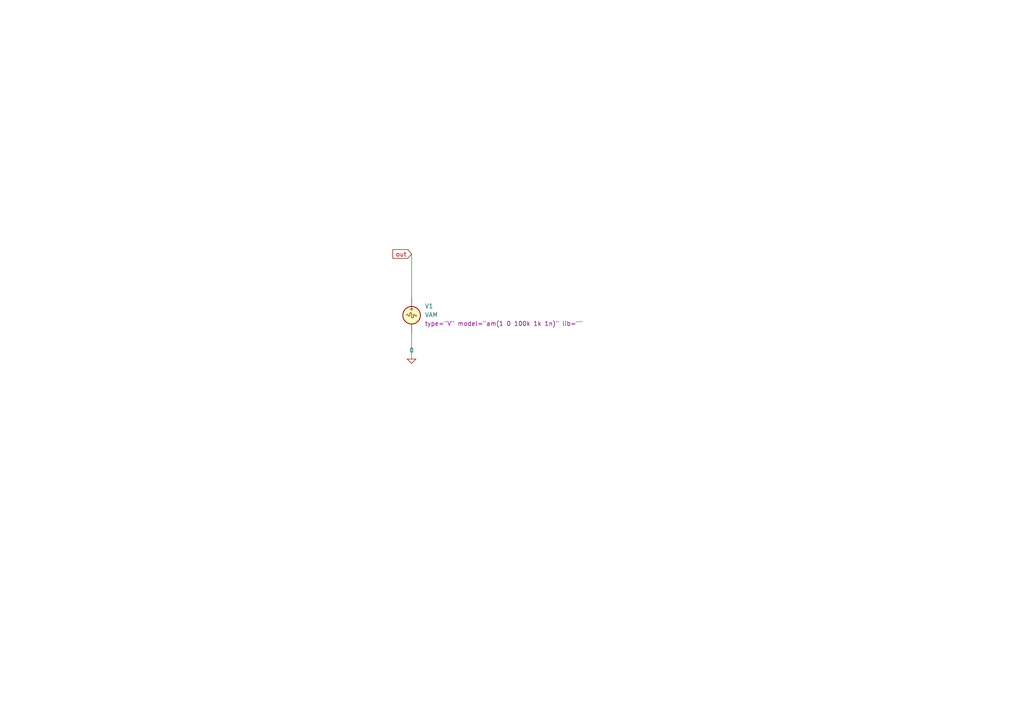
<source format=kicad_sch>
(kicad_sch (version 20230819) (generator eeschema)
  (paper "A4")
  (lib_symbols
    (symbol "Simulation_SPICE:0" (power) (pin_names (offset 0))
      (property "Value" "0" (at 0 -1.778 0))
      (symbol "0_0_1"
        (polyline (pts (xy -1.27 0) (xy 0 -1.27) (xy 1.27 0) (xy -1.27 0)))
      )
      (symbol "0_1_1"
        (pin power_in line (at 0 0 0) (length 0) hide (name "0") (number "1"))
      )
    )
    (symbol "Simulation_SPICE:VAM" (pin_numbers hide) (pin_names (offset 0.0254))
      (property "Reference" "V" (at 2.54 2.54 0))
      (property "Value" "VAM" (at 2.54 0 0))
      (property "Sim.Params" "type=\"V\" model=\"am(1 0 100k 1k 1n)\" lib=\"\"" (at 2.54 -2.54 0))
      (symbol "VAM_0_0"
        (arc (start 0 0.508) (mid -0.254 0.7609) (end -0.508 0.508))
        (text "+" (at 0 1.905 0) (effects (font (size 1.27 1.27))))
      )
      (symbol "VAM_0_1"
        (arc (start -1.016 0) (mid -1.27 0.2529) (end -1.524 0))
        (arc (start -1.016 0) (mid -0.762 -0.2529) (end -0.508 0))
        (arc (start 0 -0.508) (mid 0.254 -0.7609) (end 0.508 -0.508))
        (polyline (pts (xy -0.508 0.508) (xy -0.508 0)))
        (polyline (pts (xy 0 0.508) (xy 0 -0.508)))
        (polyline (pts (xy 0.508 -0.508) (xy 0.508 0)))
        (circle (center 0 0) (radius 2.54) (stroke (width 0.254)) (fill (type background)))
        (arc (start 1.016 0) (mid 0.762 0.2529) (end 0.508 0))
        (arc (start 1.016 0) (mid 1.27 -0.2529) (end 1.524 0))
      )
      (symbol "VAM_1_1"
        (pin passive line (at 0 5.08 270) (length 2.54) (name "~") (number "1"))
        (pin passive line (at 0 -5.08 90) (length 2.54) (name "~") (number "2"))
      )
    )
  )
  (wire (pts (xy 119.38 104.14) (xy 119.38 96.52)))
  (wire (pts (xy 119.38 73.66) (xy 119.38 86.36)))
  (global_label "out" (shape input) (at 119.38 73.66 180) (property "Intersheetrefs" "${INTERSHEET_REFS}" (effects hide)))
  (symbol (lib_id "Simulation_SPICE:0") (at 119.38 104.14 0) (unit 1)
    (property "Reference" "#GND01" (effects hide))
    (property "Value" "0" (at 119.38 101.6 0))
    (property "Description" "0V reference potential for simulation" (effects hide))
  )
  (symbol (lib_id "Simulation_SPICE:VAM") (at 119.38 91.44 0) (unit 1)
    (property "Reference" "V1" (at 123.19 88.7701 0) (effects (justify left)))
    (property "Value" "VAM" (at 123.19 91.3101 0) (effects (justify left)))
    (property "Description" "Voltage source, AM" (effects hide))
    (property "Sim.Pins" "1=1 2=2" (effects hide))
    (property "Sim.Device" "SPICE" (effects hide))
    (property "Sim.Params" "type=\"V\" model=\"am(1 0 100k 1k 1n)\" lib=\"\"" (at 123.19 93.8501 0) (effects (justify left)))
  )
)
</source>
